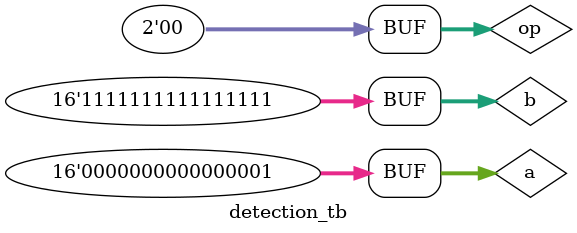
<source format=v>
module ALU(Ain, Bin, ALUop, out, Z); //ARITHMETIC LOGIC UNIT
  input [15:0] Ain, Bin; //16 bit bus inputs
  input [1:0] ALUop;  //opertation signal
  output [15:0] out; //output
  output [2:0] Z;//out put to statuts reg with load
  wire [15:0] plus, subtract, And, inverse,Ain, Bin, Carry_in;//intermidiate wires
  wire [1:0]  Carry_out;
  reg [15:0] out;//output
  wire  Z_1, V_1, N_1, sub;
  `define XX 16'bxxxx_xxxx_xxxx_xxxx //An undefined 16-bit signal, which should never appear as an output

  
  assign plus=Ain + Bin; //addition
  assign subtract= Ain - Bin;//subtraction
  assign And=Ain & Bin;//bitwise AND
  assign inverse=~Bin; //INVERSE
  
  always@(*) begin//always block(all inputs are included)
  case(ALUop)//cases are determined by ALUop signla
  2'b00: out=plus;   //add
  2'b01: out=subtract;//minus
  2'b10: out=And;//bitwise and
  2'b11: out=inverse;//inverse
  default out=`XX;//default(shouldnt happen)
  endcase
  end


//>>>>>>>>>>>>>>>>>>>>>>>>>>>>>>>>>>>>>>>>>>>>>>>>>>>>> Overflow Algorithm begin

  assign sub=(ALUop==2'b01) ? 1:0;   //detect subtraction

  assign Carry_in=(Ain[14:0]+ ((Bin[14:0])^{15{sub}}) )+sub;
  assign Carry_out=(Ain[15]+(Bin[15]^sub))+Carry_in[15];

  assign V_1=(ALUop[1]==0) ? Carry_in[15]^Carry_out[1]: 0 ; //detect overflow; overflow will only happen if we perform addition or subtraction on the operands
//>>>>>>>>>>>>>>>>>>>>>>>>>>>>>>>>>>>>>>>>>>>>>>>>>>>>> Overflow Algorithm end
  assign N_1=out[15];  //detect whether out is negative
  assign Z_1 = (out == 0) ? 1'b1 : 1'b0;// if out is exactly 0, z will be assigned 1 otherwise 0
  
  assign Z={Z_1, V_1, N_1}; // 3-bit Z output;
endmodule


module detection_tb();

reg[15:0] a,b;
reg[1:0] op;
wire [2:0] z;
wire [15:0] out;
ALU DUT(a, b, op, out, z);
initial begin
op=2'b00;
a=16'sb0111_1111_1111_1001; //+32761
b=16'sb0111_1111_1111_1010; //+32762
#10;                        //Addition Result: 17'sb0_1111_1111_1111_0011, +65523
                            //Overflow;

a=16'sb1011_1111_1111_1001;//-16391
b=16'sb1011_1111_1111_1010;//-16390
op=2'b00;                  //Addition Result: 17'sb1_0111_1111_1111_0011, -32781
#10;	                   //Overflow  

a=16'sb0111_1111_1111_1001; //+32671
b=16'sb1011_1111_1111_1010; //-16390
op=2'b00;                   // Addition Result: 17'sb1_0001_1111_1111_10011, +16371
#10;                        // No overflow

a=16'sb1011_1111_1111_1101; //-16387
b=16'sb0111_1111_1111_1111; //+32767
op=01;                      //Subtraction Result: 17'sb1_0011_1111_1111_1110, -49154
                            // Overflow
#10;


b=16'sb1011_1111_1111_1101; //-16387
a=16'sb0111_1111_1111_1111; //+32767
op=01;                      //Subtraction Result: 17'sb0_1100_0000_0000_0010, +49154
                            //Overflow
#10;
op=2'b00;                   // No overflow
#10;
op=2'b10;                   // No overflow
#10;
op=2'b11;                   // No overflow
#10;
b=16'sb1111_1111_1111_1111; //-1
a=16'sb0000_0000_0000_0001; //+1
op=00;  
#10; 
end


endmodule

</source>
